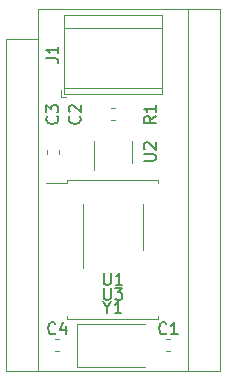
<source format=gbr>
%TF.GenerationSoftware,KiCad,Pcbnew,5.1.7+dfsg1-1~bpo10+1*%
%TF.CreationDate,Date%
%TF.ProjectId,ProMicro_BUS,50726f4d-6963-4726-9f5f-4255532e6b69,v1.4*%
%TF.SameCoordinates,Original*%
%TF.FileFunction,Legend,Top*%
%TF.FilePolarity,Positive*%
%FSLAX46Y46*%
G04 Gerber Fmt 4.6, Leading zero omitted, Abs format (unit mm)*
G04 Created by KiCad*
%MOMM*%
%LPD*%
G01*
G04 APERTURE LIST*
%ADD10C,0.120000*%
%ADD11C,0.200000*%
G04 APERTURE END LIST*
D10*
%TO.C,C3*%
X2030000Y-10957779D02*
X2030000Y-10632221D01*
X3050000Y-10957779D02*
X3050000Y-10632221D01*
%TO.C,A1*%
X-1420000Y-1270000D02*
X-1420000Y-29360000D01*
X13970000Y1270000D02*
X13970000Y-29360000D01*
X1270000Y-1270000D02*
X-1420000Y-1270000D01*
X1270000Y1270000D02*
X1270000Y-29360000D01*
X-1420000Y-29360000D02*
X16660000Y-29360000D01*
X16660000Y-29360000D02*
X16660000Y1270000D01*
X16660000Y1270000D02*
X1270000Y1270000D01*
%TO.C,U1*%
X5060000Y-17145000D02*
X5060000Y-20595000D01*
X5060000Y-17145000D02*
X5060000Y-15195000D01*
X10180000Y-17145000D02*
X10180000Y-19095000D01*
X10180000Y-17145000D02*
X10180000Y-15195000D01*
%TO.C,Y1*%
X10320000Y-25378000D02*
X4570000Y-25378000D01*
X4570000Y-25378000D02*
X4570000Y-28978000D01*
X4570000Y-28978000D02*
X10320000Y-28978000D01*
%TO.C,C4*%
X3083779Y-27688000D02*
X2758221Y-27688000D01*
X3083779Y-26668000D02*
X2758221Y-26668000D01*
%TO.C,C1*%
X12481779Y-27688000D02*
X12156221Y-27688000D01*
X12481779Y-26668000D02*
X12156221Y-26668000D01*
%TO.C,U2*%
X9230000Y-11695000D02*
X9230000Y-9895000D01*
X6010000Y-9895000D02*
X6010000Y-12345000D01*
%TO.C,U3*%
X3760000Y-13410000D02*
X1945000Y-13410000D01*
X3760000Y-13165000D02*
X3760000Y-13410000D01*
X7620000Y-13165000D02*
X3760000Y-13165000D01*
X11480000Y-13165000D02*
X11480000Y-13410000D01*
X7620000Y-13165000D02*
X11480000Y-13165000D01*
X3760000Y-24935000D02*
X3760000Y-24690000D01*
X7620000Y-24935000D02*
X3760000Y-24935000D01*
X11480000Y-24935000D02*
X11480000Y-24690000D01*
X7620000Y-24935000D02*
X11480000Y-24935000D01*
%TO.C,R1*%
X7457221Y-8130000D02*
X7782779Y-8130000D01*
X7457221Y-7110000D02*
X7782779Y-7110000D01*
%TO.C,J1*%
X3220000Y-6150000D02*
X3620000Y-6150000D01*
X3220000Y-5510000D02*
X3220000Y-6150000D01*
X11780000Y830000D02*
X11780000Y-5910000D01*
X3460000Y830000D02*
X3460000Y-5910000D01*
X3460000Y-5910000D02*
X11780000Y-5910000D01*
X3460000Y830000D02*
X11780000Y830000D01*
X3460000Y-290000D02*
X11780000Y-290000D01*
X3460000Y-5390000D02*
X11780000Y-5390000D01*
%TD*%
%TO.C,C3*%
D11*
X2897142Y-7786666D02*
X2944761Y-7834285D01*
X2992380Y-7977142D01*
X2992380Y-8072380D01*
X2944761Y-8215238D01*
X2849523Y-8310476D01*
X2754285Y-8358095D01*
X2563809Y-8405714D01*
X2420952Y-8405714D01*
X2230476Y-8358095D01*
X2135238Y-8310476D01*
X2040000Y-8215238D01*
X1992380Y-8072380D01*
X1992380Y-7977142D01*
X2040000Y-7834285D01*
X2087619Y-7786666D01*
X1992380Y-7453333D02*
X1992380Y-6834285D01*
X2373333Y-7167619D01*
X2373333Y-7024761D01*
X2420952Y-6929523D01*
X2468571Y-6881904D01*
X2563809Y-6834285D01*
X2801904Y-6834285D01*
X2897142Y-6881904D01*
X2944761Y-6929523D01*
X2992380Y-7024761D01*
X2992380Y-7310476D01*
X2944761Y-7405714D01*
X2897142Y-7453333D01*
%TO.C,C2*%
X4802142Y-7786666D02*
X4849761Y-7834285D01*
X4897380Y-7977142D01*
X4897380Y-8072380D01*
X4849761Y-8215238D01*
X4754523Y-8310476D01*
X4659285Y-8358095D01*
X4468809Y-8405714D01*
X4325952Y-8405714D01*
X4135476Y-8358095D01*
X4040238Y-8310476D01*
X3945000Y-8215238D01*
X3897380Y-8072380D01*
X3897380Y-7977142D01*
X3945000Y-7834285D01*
X3992619Y-7786666D01*
X3992619Y-7405714D02*
X3945000Y-7358095D01*
X3897380Y-7262857D01*
X3897380Y-7024761D01*
X3945000Y-6929523D01*
X3992619Y-6881904D01*
X4087857Y-6834285D01*
X4183095Y-6834285D01*
X4325952Y-6881904D01*
X4897380Y-7453333D01*
X4897380Y-6834285D01*
%TO.C,U1*%
X6858095Y-21042380D02*
X6858095Y-21851904D01*
X6905714Y-21947142D01*
X6953333Y-21994761D01*
X7048571Y-22042380D01*
X7239047Y-22042380D01*
X7334285Y-21994761D01*
X7381904Y-21947142D01*
X7429523Y-21851904D01*
X7429523Y-21042380D01*
X8429523Y-22042380D02*
X7858095Y-22042380D01*
X8143809Y-22042380D02*
X8143809Y-21042380D01*
X8048571Y-21185238D01*
X7953333Y-21280476D01*
X7858095Y-21328095D01*
%TO.C,Y1*%
X7143809Y-23979190D02*
X7143809Y-24455380D01*
X6810476Y-23455380D02*
X7143809Y-23979190D01*
X7477142Y-23455380D01*
X8334285Y-24455380D02*
X7762857Y-24455380D01*
X8048571Y-24455380D02*
X8048571Y-23455380D01*
X7953333Y-23598238D01*
X7858095Y-23693476D01*
X7762857Y-23741095D01*
%TO.C,C4*%
X2754333Y-26138142D02*
X2706714Y-26185761D01*
X2563857Y-26233380D01*
X2468619Y-26233380D01*
X2325761Y-26185761D01*
X2230523Y-26090523D01*
X2182904Y-25995285D01*
X2135285Y-25804809D01*
X2135285Y-25661952D01*
X2182904Y-25471476D01*
X2230523Y-25376238D01*
X2325761Y-25281000D01*
X2468619Y-25233380D01*
X2563857Y-25233380D01*
X2706714Y-25281000D01*
X2754333Y-25328619D01*
X3611476Y-25566714D02*
X3611476Y-26233380D01*
X3373380Y-25185761D02*
X3135285Y-25900047D01*
X3754333Y-25900047D01*
%TO.C,C1*%
X12152333Y-26138142D02*
X12104714Y-26185761D01*
X11961857Y-26233380D01*
X11866619Y-26233380D01*
X11723761Y-26185761D01*
X11628523Y-26090523D01*
X11580904Y-25995285D01*
X11533285Y-25804809D01*
X11533285Y-25661952D01*
X11580904Y-25471476D01*
X11628523Y-25376238D01*
X11723761Y-25281000D01*
X11866619Y-25233380D01*
X11961857Y-25233380D01*
X12104714Y-25281000D01*
X12152333Y-25328619D01*
X13104714Y-26233380D02*
X12533285Y-26233380D01*
X12819000Y-26233380D02*
X12819000Y-25233380D01*
X12723761Y-25376238D01*
X12628523Y-25471476D01*
X12533285Y-25519095D01*
%TO.C,U2*%
X10247380Y-11556904D02*
X11056904Y-11556904D01*
X11152142Y-11509285D01*
X11199761Y-11461666D01*
X11247380Y-11366428D01*
X11247380Y-11175952D01*
X11199761Y-11080714D01*
X11152142Y-11033095D01*
X11056904Y-10985476D01*
X10247380Y-10985476D01*
X10342619Y-10556904D02*
X10295000Y-10509285D01*
X10247380Y-10414047D01*
X10247380Y-10175952D01*
X10295000Y-10080714D01*
X10342619Y-10033095D01*
X10437857Y-9985476D01*
X10533095Y-9985476D01*
X10675952Y-10033095D01*
X11247380Y-10604523D01*
X11247380Y-9985476D01*
%TO.C,U3*%
X6858095Y-22312380D02*
X6858095Y-23121904D01*
X6905714Y-23217142D01*
X6953333Y-23264761D01*
X7048571Y-23312380D01*
X7239047Y-23312380D01*
X7334285Y-23264761D01*
X7381904Y-23217142D01*
X7429523Y-23121904D01*
X7429523Y-22312380D01*
X7810476Y-22312380D02*
X8429523Y-22312380D01*
X8096190Y-22693333D01*
X8239047Y-22693333D01*
X8334285Y-22740952D01*
X8381904Y-22788571D01*
X8429523Y-22883809D01*
X8429523Y-23121904D01*
X8381904Y-23217142D01*
X8334285Y-23264761D01*
X8239047Y-23312380D01*
X7953333Y-23312380D01*
X7858095Y-23264761D01*
X7810476Y-23217142D01*
%TO.C,R1*%
X11247380Y-7786666D02*
X10771190Y-8120000D01*
X11247380Y-8358095D02*
X10247380Y-8358095D01*
X10247380Y-7977142D01*
X10295000Y-7881904D01*
X10342619Y-7834285D01*
X10437857Y-7786666D01*
X10580714Y-7786666D01*
X10675952Y-7834285D01*
X10723571Y-7881904D01*
X10771190Y-7977142D01*
X10771190Y-8358095D01*
X11247380Y-6834285D02*
X11247380Y-7405714D01*
X11247380Y-7120000D02*
X10247380Y-7120000D01*
X10390238Y-7215238D01*
X10485476Y-7310476D01*
X10533095Y-7405714D01*
%TO.C,J1*%
X1992380Y-2873333D02*
X2706666Y-2873333D01*
X2849523Y-2920952D01*
X2944761Y-3016190D01*
X2992380Y-3159047D01*
X2992380Y-3254285D01*
X2992380Y-1873333D02*
X2992380Y-2444761D01*
X2992380Y-2159047D02*
X1992380Y-2159047D01*
X2135238Y-2254285D01*
X2230476Y-2349523D01*
X2278095Y-2444761D01*
%TD*%
M02*

</source>
